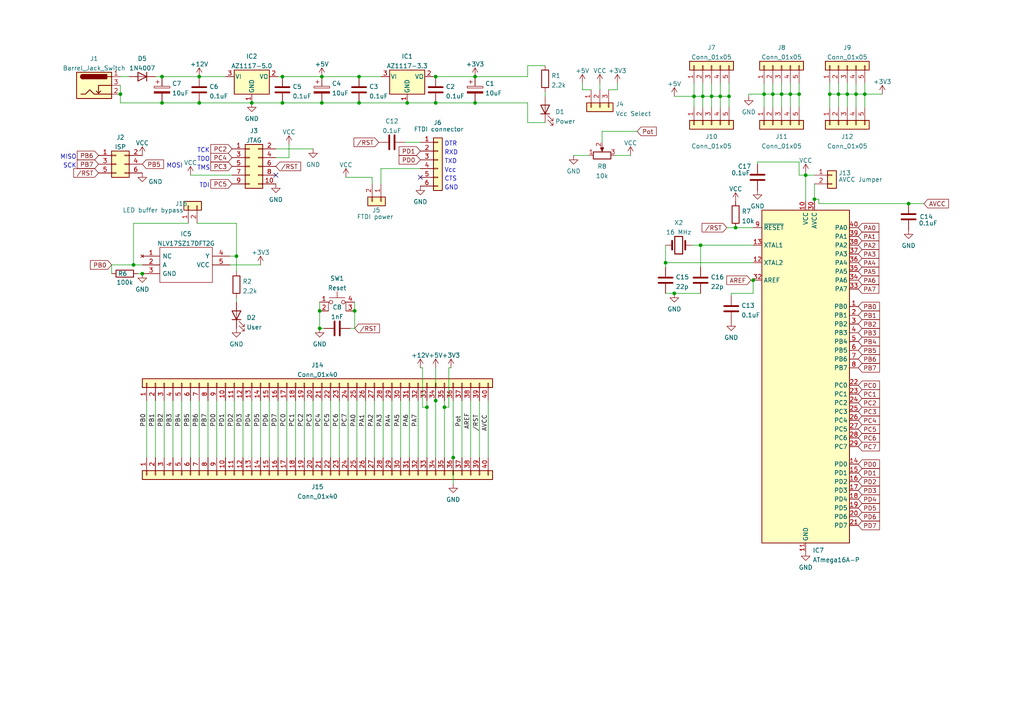
<source format=kicad_sch>
(kicad_sch (version 20211123) (generator eeschema)
  (paper "A4")
  (lib_symbols
    (symbol "Connector:Barrel_Jack_Switch" (pin_names hide)
      (property "Reference" "J" (at 0 5.334 0))
      (property "Value" "Barrel_Jack_Switch" (at 0 -5.08 0))
      (symbol "Barrel_Jack_Switch_1_1"
        (pin passive line (at 7.62 2.54 180) (length 2.54) (name "~") (number "1"))
        (pin passive line (at 7.62 -2.54 180) (length 2.54) (name "~") (number "2"))
        (pin passive line (at 7.62 0 180) (length 2.54) (name "~") (number "3"))
      )
    )
    (symbol "Connector_Generic:Conn_01x02" (pin_names (offset 1.016) hide)
      (property "Reference" "J" (at 0 2.54 0))
      (property "Value" "Conn_01x02" (at 0 -5.08 0))
      (symbol "Conn_01x02_1_1"
        (pin passive line (at -5.08 0 0) (length 3.81) (name "Pin_1") (number "1"))
        (pin passive line (at -5.08 -2.54 0) (length 3.81) (name "Pin_2") (number "2"))
      )
    )
    (symbol "Connector_Generic:Conn_01x03" (pin_names (offset 1.016) hide)
      (property "Reference" "J" (at 0 5.08 0))
      (property "Value" "Conn_01x03" (at 0 -5.08 0))
      (symbol "Conn_01x03_1_1"
        (pin passive line (at -5.08 2.54 0) (length 3.81) (name "Pin_1") (number "1"))
        (pin passive line (at -5.08 0 0) (length 3.81) (name "Pin_2") (number "2"))
        (pin passive line (at -5.08 -2.54 0) (length 3.81) (name "Pin_3") (number "3"))
      )
    )
    (symbol "Connector_Generic:Conn_01x05" (pin_names (offset 1.016) hide)
      (property "Reference" "J" (at 0 7.62 0))
      (property "Value" "Conn_01x05" (at 0 -7.62 0))
      (symbol "Conn_01x05_1_1"
        (pin passive line (at -5.08 5.08 0) (length 3.81) (name "Pin_1") (number "1"))
        (pin passive line (at -5.08 2.54 0) (length 3.81) (name "Pin_2") (number "2"))
        (pin passive line (at -5.08 0 0) (length 3.81) (name "Pin_3") (number "3"))
        (pin passive line (at -5.08 -2.54 0) (length 3.81) (name "Pin_4") (number "4"))
        (pin passive line (at -5.08 -5.08 0) (length 3.81) (name "Pin_5") (number "5"))
      )
    )
    (symbol "Connector_Generic:Conn_01x06" (pin_names (offset 1.016) hide)
      (property "Reference" "J" (at 0 7.62 0))
      (property "Value" "Conn_01x06" (at 0 -10.16 0))
      (symbol "Conn_01x06_1_1"
        (pin passive line (at -5.08 5.08 0) (length 3.81) (name "Pin_1") (number "1"))
        (pin passive line (at -5.08 2.54 0) (length 3.81) (name "Pin_2") (number "2"))
        (pin passive line (at -5.08 0 0) (length 3.81) (name "Pin_3") (number "3"))
        (pin passive line (at -5.08 -2.54 0) (length 3.81) (name "Pin_4") (number "4"))
        (pin passive line (at -5.08 -5.08 0) (length 3.81) (name "Pin_5") (number "5"))
        (pin passive line (at -5.08 -7.62 0) (length 3.81) (name "Pin_6") (number "6"))
      )
    )
    (symbol "Connector_Generic:Conn_01x40" (pin_names (offset 1.016) hide)
      (property "Reference" "J" (at 0 50.8 0))
      (property "Value" "Conn_01x40" (at 0 -53.34 0))
      (symbol "Conn_01x40_1_1"
        (pin passive line (at -5.08 48.26 0) (length 3.81) (name "Pin_1") (number "1"))
        (pin passive line (at -5.08 25.4 0) (length 3.81) (name "Pin_10") (number "10"))
        (pin passive line (at -5.08 22.86 0) (length 3.81) (name "Pin_11") (number "11"))
        (pin passive line (at -5.08 20.32 0) (length 3.81) (name "Pin_12") (number "12"))
        (pin passive line (at -5.08 17.78 0) (length 3.81) (name "Pin_13") (number "13"))
        (pin passive line (at -5.08 15.24 0) (length 3.81) (name "Pin_14") (number "14"))
        (pin passive line (at -5.08 12.7 0) (length 3.81) (name "Pin_15") (number "15"))
        (pin passive line (at -5.08 10.16 0) (length 3.81) (name "Pin_16") (number "16"))
        (pin passive line (at -5.08 7.62 0) (length 3.81) (name "Pin_17") (number "17"))
        (pin passive line (at -5.08 5.08 0) (length 3.81) (name "Pin_18") (number "18"))
        (pin passive line (at -5.08 2.54 0) (length 3.81) (name "Pin_19") (number "19"))
        (pin passive line (at -5.08 45.72 0) (length 3.81) (name "Pin_2") (number "2"))
        (pin passive line (at -5.08 0 0) (length 3.81) (name "Pin_20") (number "20"))
        (pin passive line (at -5.08 -2.54 0) (length 3.81) (name "Pin_21") (number "21"))
        (pin passive line (at -5.08 -5.08 0) (length 3.81) (name "Pin_22") (number "22"))
        (pin passive line (at -5.08 -7.62 0) (length 3.81) (name "Pin_23") (number "23"))
        (pin passive line (at -5.08 -10.16 0) (length 3.81) (name "Pin_24") (number "24"))
        (pin passive line (at -5.08 -12.7 0) (length 3.81) (name "Pin_25") (number "25"))
        (pin passive line (at -5.08 -15.24 0) (length 3.81) (name "Pin_26") (number "26"))
        (pin passive line (at -5.08 -17.78 0) (length 3.81) (name "Pin_27") (number "27"))
        (pin passive line (at -5.08 -20.32 0) (length 3.81) (name "Pin_28") (number "28"))
        (pin passive line (at -5.08 -22.86 0) (length 3.81) (name "Pin_29") (number "29"))
        (pin passive line (at -5.08 43.18 0) (length 3.81) (name "Pin_3") (number "3"))
        (pin passive line (at -5.08 -25.4 0) (length 3.81) (name "Pin_30") (number "30"))
        (pin passive line (at -5.08 -27.94 0) (length 3.81) (name "Pin_31") (number "31"))
        (pin passive line (at -5.08 -30.48 0) (length 3.81) (name "Pin_32") (number "32"))
        (pin passive line (at -5.08 -33.02 0) (length 3.81) (name "Pin_33") (number "33"))
        (pin passive line (at -5.08 -35.56 0) (length 3.81) (name "Pin_34") (number "34"))
        (pin passive line (at -5.08 -38.1 0) (length 3.81) (name "Pin_35") (number "35"))
        (pin passive line (at -5.08 -40.64 0) (length 3.81) (name "Pin_36") (number "36"))
        (pin passive line (at -5.08 -43.18 0) (length 3.81) (name "Pin_37") (number "37"))
        (pin passive line (at -5.08 -45.72 0) (length 3.81) (name "Pin_38") (number "38"))
        (pin passive line (at -5.08 -48.26 0) (length 3.81) (name "Pin_39") (number "39"))
        (pin passive line (at -5.08 40.64 0) (length 3.81) (name "Pin_4") (number "4"))
        (pin passive line (at -5.08 -50.8 0) (length 3.81) (name "Pin_40") (number "40"))
        (pin passive line (at -5.08 38.1 0) (length 3.81) (name "Pin_5") (number "5"))
        (pin passive line (at -5.08 35.56 0) (length 3.81) (name "Pin_6") (number "6"))
        (pin passive line (at -5.08 33.02 0) (length 3.81) (name "Pin_7") (number "7"))
        (pin passive line (at -5.08 30.48 0) (length 3.81) (name "Pin_8") (number "8"))
        (pin passive line (at -5.08 27.94 0) (length 3.81) (name "Pin_9") (number "9"))
      )
    )
    (symbol "Connector_Generic:Conn_02x03_Odd_Even" (pin_names (offset 1.016) hide)
      (property "Reference" "J" (at 1.27 5.08 0))
      (property "Value" "Conn_02x03_Odd_Even" (at 1.27 -5.08 0))
      (symbol "Conn_02x03_Odd_Even_1_1"
        (pin passive line (at -5.08 2.54 0) (length 3.81) (name "Pin_1") (number "1"))
        (pin passive line (at 7.62 2.54 180) (length 3.81) (name "Pin_2") (number "2"))
        (pin passive line (at -5.08 0 0) (length 3.81) (name "Pin_3") (number "3"))
        (pin passive line (at 7.62 0 180) (length 3.81) (name "Pin_4") (number "4"))
        (pin passive line (at -5.08 -2.54 0) (length 3.81) (name "Pin_5") (number "5"))
        (pin passive line (at 7.62 -2.54 180) (length 3.81) (name "Pin_6") (number "6"))
      )
    )
    (symbol "Connector_Generic:Conn_02x05_Odd_Even" (pin_names (offset 1.016) hide)
      (property "Reference" "J" (at 1.27 7.62 0))
      (property "Value" "Conn_02x05_Odd_Even" (at 1.27 -7.62 0))
      (symbol "Conn_02x05_Odd_Even_1_1"
        (pin passive line (at -5.08 5.08 0) (length 3.81) (name "Pin_1") (number "1"))
        (pin passive line (at 7.62 -5.08 180) (length 3.81) (name "Pin_10") (number "10"))
        (pin passive line (at 7.62 5.08 180) (length 3.81) (name "Pin_2") (number "2"))
        (pin passive line (at -5.08 2.54 0) (length 3.81) (name "Pin_3") (number "3"))
        (pin passive line (at 7.62 2.54 180) (length 3.81) (name "Pin_4") (number "4"))
        (pin passive line (at -5.08 0 0) (length 3.81) (name "Pin_5") (number "5"))
        (pin passive line (at 7.62 0 180) (length 3.81) (name "Pin_6") (number "6"))
        (pin passive line (at -5.08 -2.54 0) (length 3.81) (name "Pin_7") (number "7"))
        (pin passive line (at 7.62 -2.54 180) (length 3.81) (name "Pin_8") (number "8"))
        (pin passive line (at -5.08 -5.08 0) (length 3.81) (name "Pin_9") (number "9"))
      )
    )
    (symbol "Device:C" (pin_numbers hide) (pin_names (offset 0.254))
      (property "Reference" "C" (at 0.635 2.54 0))
      (property "Value" "C" (at 0.635 -2.54 0))
      (symbol "C_1_1"
        (pin passive line (at 0 3.81 270) (length 2.794) (name "~") (number "1"))
        (pin passive line (at 0 -3.81 90) (length 2.794) (name "~") (number "2"))
      )
    )
    (symbol "Device:C_Polarized" (pin_numbers hide) (pin_names (offset 0.254))
      (property "Reference" "C" (at 0.635 2.54 0))
      (property "Value" "C_Polarized" (at 0.635 -2.54 0))
      (symbol "C_Polarized_1_1"
        (pin passive line (at 0 3.81 270) (length 2.794) (name "~") (number "1"))
        (pin passive line (at 0 -3.81 90) (length 2.794) (name "~") (number "2"))
      )
    )
    (symbol "Device:Crystal" (pin_numbers hide) (pin_names (offset 1.016) hide)
      (property "Reference" "Y" (at 0 3.81 0))
      (property "Value" "Crystal" (at 0 -3.81 0))
      (symbol "Crystal_1_1"
        (pin passive line (at -3.81 0 0) (length 1.27) (name "1") (number "1"))
        (pin passive line (at 3.81 0 180) (length 1.27) (name "2") (number "2"))
      )
    )
    (symbol "Device:LED" (pin_numbers hide) (pin_names (offset 1.016) hide)
      (property "Reference" "D" (at 0 2.54 0))
      (property "Value" "LED" (at 0 -2.54 0))
      (symbol "LED_1_1"
        (pin passive line (at -3.81 0 0) (length 2.54) (name "K") (number "1"))
        (pin passive line (at 3.81 0 180) (length 2.54) (name "A") (number "2"))
      )
    )
    (symbol "Device:R" (pin_numbers hide) (pin_names (offset 0))
      (property "Reference" "R" (at 2.032 0 90))
      (property "Value" "R" (at 0 0 90))
      (symbol "R_1_1"
        (pin passive line (at 0 3.81 270) (length 1.27) (name "~") (number "1"))
        (pin passive line (at 0 -3.81 90) (length 1.27) (name "~") (number "2"))
      )
    )
    (symbol "Device:R_Potentiometer" (pin_names (offset 1.016) hide)
      (property "Reference" "RV" (at -4.445 0 90))
      (property "Value" "R_Potentiometer" (at -2.54 0 90))
      (symbol "R_Potentiometer_1_1"
        (pin passive line (at 0 3.81 270) (length 1.27) (name "1") (number "1"))
        (pin passive line (at 3.81 0 180) (length 1.27) (name "2") (number "2"))
        (pin passive line (at 0 -3.81 90) (length 1.27) (name "3") (number "3"))
      )
    )
    (symbol "Diode:1N4007" (pin_numbers hide) (pin_names (offset 1.016) hide)
      (property "Reference" "D" (at 0 2.54 0))
      (property "Value" "1N4007" (at 0 -2.54 0))
      (symbol "1N4007_1_1"
        (pin passive line (at -3.81 0 0) (length 2.54) (name "K") (number "1"))
        (pin passive line (at 3.81 0 180) (length 2.54) (name "A") (number "2"))
      )
    )
    (symbol "MCU_Microchip_ATmega:ATmega16A-P"
      (property "Reference" "U" (at -12.7 49.53 0))
      (property "Value" "ATmega16A-P" (at 2.54 -49.53 0))
      (symbol "ATmega16A-P_1_1"
        (pin bidirectional line (at 15.24 20.32 180) (length 2.54) (name "PB0") (number "1"))
        (pin power_in line (at 0 50.8 270) (length 2.54) (name "VCC") (number "10"))
        (pin power_in line (at 0 -50.8 90) (length 2.54) (name "GND") (number "11"))
        (pin output line (at -15.24 33.02 0) (length 2.54) (name "XTAL2") (number "12"))
        (pin input line (at -15.24 38.1 0) (length 2.54) (name "XTAL1") (number "13"))
        (pin bidirectional line (at 15.24 -25.4 180) (length 2.54) (name "PD0") (number "14"))
        (pin bidirectional line (at 15.24 -27.94 180) (length 2.54) (name "PD1") (number "15"))
        (pin bidirectional line (at 15.24 -30.48 180) (length 2.54) (name "PD2") (number "16"))
        (pin bidirectional line (at 15.24 -33.02 180) (length 2.54) (name "PD3") (number "17"))
        (pin bidirectional line (at 15.24 -35.56 180) (length 2.54) (name "PD4") (number "18"))
        (pin bidirectional line (at 15.24 -38.1 180) (length 2.54) (name "PD5") (number "19"))
        (pin bidirectional line (at 15.24 17.78 180) (length 2.54) (name "PB1") (number "2"))
        (pin bidirectional line (at 15.24 -40.64 180) (length 2.54) (name "PD6") (number "20"))
        (pin bidirectional line (at 15.24 -43.18 180) (length 2.54) (name "PD7") (number "21"))
        (pin bidirectional line (at 15.24 -2.54 180) (length 2.54) (name "PC0") (number "22"))
        (pin bidirectional line (at 15.24 -5.08 180) (length 2.54) (name "PC1") (number "23"))
        (pin bidirectional line (at 15.24 -7.62 180) (length 2.54) (name "PC2") (number "24"))
        (pin bidirectional line (at 15.24 -10.16 180) (length 2.54) (name "PC3") (number "25"))
        (pin bidirectional line (at 15.24 -12.7 180) (length 2.54) (name "PC4") (number "26"))
        (pin bidirectional line (at 15.24 -15.24 180) (length 2.54) (name "PC5") (number "27"))
        (pin bidirectional line (at 15.24 -17.78 180) (length 2.54) (name "PC6") (number "28"))
        (pin bidirectional line (at 15.24 -20.32 180) (length 2.54) (name "PC7") (number "29"))
        (pin bidirectional line (at 15.24 15.24 180) (length 2.54) (name "PB2") (number "3"))
        (pin power_in line (at 2.54 50.8 270) (length 2.54) (name "AVCC") (number "30"))
        (pin passive line (at 0 -50.8 90) (length 2.54) hide (name "GND") (number "31"))
        (pin passive line (at -15.24 27.94 0) (length 2.54) (name "AREF") (number "32"))
        (pin bidirectional line (at 15.24 25.4 180) (length 2.54) (name "PA7") (number "33"))
        (pin bidirectional line (at 15.24 27.94 180) (length 2.54) (name "PA6") (number "34"))
        (pin bidirectional line (at 15.24 30.48 180) (length 2.54) (name "PA5") (number "35"))
        (pin bidirectional line (at 15.24 33.02 180) (length 2.54) (name "PA4") (number "36"))
        (pin bidirectional line (at 15.24 35.56 180) (length 2.54) (name "PA3") (number "37"))
        (pin bidirectional line (at 15.24 38.1 180) (length 2.54) (name "PA2") (number "38"))
        (pin bidirectional line (at 15.24 40.64 180) (length 2.54) (name "PA1") (number "39"))
        (pin bidirectional line (at 15.24 12.7 180) (length 2.54) (name "PB3") (number "4"))
        (pin bidirectional line (at 15.24 43.18 180) (length 2.54) (name "PA0") (number "40"))
        (pin bidirectional line (at 15.24 10.16 180) (length 2.54) (name "PB4") (number "5"))
        (pin bidirectional line (at 15.24 7.62 180) (length 2.54) (name "PB5") (number "6"))
        (pin bidirectional line (at 15.24 5.08 180) (length 2.54) (name "PB6") (number "7"))
        (pin bidirectional line (at 15.24 2.54 180) (length 2.54) (name "PB7") (number "8"))
        (pin input line (at -15.24 43.18 0) (length 2.54) (name "~{RESET}") (number "9"))
      )
    )
    (symbol "Regulator_Linear:AZ1117-3.3" (pin_names (offset 0.254))
      (property "Reference" "U" (at -3.81 3.175 0))
      (property "Value" "AZ1117-3.3" (at 0 3.175 0))
      (symbol "AZ1117-3.3_1_1"
        (pin power_in line (at 0 -7.62 90) (length 2.54) (name "GND") (number "1"))
        (pin power_out line (at 7.62 0 180) (length 2.54) (name "VO") (number "2"))
        (pin power_in line (at -7.62 0 0) (length 2.54) (name "VI") (number "3"))
      )
    )
    (symbol "Regulator_Linear:AZ1117-5.0" (pin_names (offset 0.254))
      (property "Reference" "U" (at -3.81 3.175 0))
      (property "Value" "AZ1117-5.0" (at 0 3.175 0))
      (symbol "AZ1117-5.0_1_1"
        (pin power_in line (at 0 -7.62 90) (length 2.54) (name "GND") (number "1"))
        (pin power_out line (at 7.62 0 180) (length 2.54) (name "VO") (number "2"))
        (pin power_in line (at -7.62 0 0) (length 2.54) (name "VI") (number "3"))
      )
    )
    (symbol "Switch:SW_MEC_5E" (pin_names (offset 1.016) hide)
      (property "Reference" "SW" (at 0.635 5.715 0))
      (property "Value" "SW_MEC_5E" (at 0 -3.175 0))
      (symbol "SW_MEC_5E_0_1"
        (pin passive line (at -5.08 2.54 0) (length 2.54) (name "1") (number "1"))
        (pin passive line (at -5.08 0 0) (length 2.54) (name "2") (number "2"))
        (pin passive line (at 5.08 0 180) (length 2.54) (name "K") (number "3"))
        (pin passive line (at 5.08 2.54 180) (length 2.54) (name "A") (number "4"))
      )
    )
    (symbol "mouser:NLV17SZ17DFT2G" (pin_names (offset 0.762))
      (property "Reference" "IC" (at 21.59 7.62 0))
      (property "Value" "NLV17SZ17DFT2G" (at 21.59 5.08 0))
      (symbol "NLV17SZ17DFT2G_0_0"
        (pin no_connect line (at 0 0 0) (length 5.08) (name "NC") (number "1"))
        (pin passive line (at 0 -2.54 0) (length 5.08) (name "A") (number "2"))
        (pin passive line (at 0 -5.08 0) (length 5.08) (name "GND") (number "3"))
        (pin passive line (at 25.4 0 180) (length 5.08) (name "Y") (number "4"))
        (pin passive line (at 25.4 -2.54 180) (length 5.08) (name "VCC") (number "5"))
      )
    )
    (symbol "power:+12V" (power) (pin_names (offset 0))
      (property "Value" "+12V" (at 0 3.556 0))
      (symbol "+12V_1_1"
        (pin power_in line (at 0 0 90) (length 0) hide (name "+12V") (number "1"))
      )
    )
    (symbol "power:+3.3V" (power) (pin_names (offset 0))
      (property "Value" "+3.3V" (at 0 3.556 0))
      (symbol "+3.3V_1_1"
        (pin power_in line (at 0 0 90) (length 0) hide (name "+3V3") (number "1"))
      )
    )
    (symbol "power:+5V" (power) (pin_names (offset 0))
      (property "Value" "+5V" (at 0 3.556 0))
      (symbol "+5V_1_1"
        (pin power_in line (at 0 0 90) (length 0) hide (name "+5V") (number "1"))
      )
    )
    (symbol "power:GND" (power) (pin_names (offset 0))
      (property "Value" "GND" (at 0 -3.81 0))
      (symbol "GND_1_1"
        (pin power_in line (at 0 0 270) (length 0) hide (name "GND") (number "1"))
      )
    )
    (symbol "power:VCC" (power) (pin_names (offset 0))
      (property "Value" "VCC" (at 0 3.81 0))
      (symbol "VCC_1_1"
        (pin power_in line (at 0 0 90) (length 0) hide (name "VCC") (number "1"))
      )
    )
  )
  (junction (at 137.795 29.845))
  (junction (at 68.58 74.295))
  (junction (at 211.455 27.94))
  (junction (at 34.925 27.305))
  (junction (at 92.71 90.17))
  (junction (at 229.235 27.305))
  (junction (at 38.735 76.835))
  (junction (at 126.365 22.225))
  (junction (at 92.71 95.25))
  (junction (at 118.11 29.845))
  (junction (at 245.745 27.305))
  (junction (at 46.99 22.225))
  (junction (at 104.14 29.845))
  (junction (at 203.2 71.12))
  (junction (at 126.365 29.845))
  (junction (at 221.615 27.305))
  (junction (at 137.795 22.225))
  (junction (at 250.825 27.305))
  (junction (at 248.285 27.305))
  (junction (at 233.68 50.8))
  (junction (at 102.87 90.17))
  (junction (at 226.695 27.305))
  (junction (at 131.445 132.715))
  (junction (at 128.905 118.11))
  (junction (at 123.825 118.11))
  (junction (at 57.785 22.225))
  (junction (at 243.205 27.305))
  (junction (at 57.785 29.845))
  (junction (at 93.345 22.225))
  (junction (at 213.36 66.04))
  (junction (at 208.915 27.94))
  (junction (at 224.155 27.305))
  (junction (at 73.025 29.845))
  (junction (at 46.99 29.845))
  (junction (at 201.295 27.94))
  (junction (at 231.775 27.305))
  (junction (at 41.275 79.375))
  (junction (at 193.04 76.2))
  (junction (at 81.915 29.845))
  (junction (at 81.915 22.225))
  (junction (at 236.22 57.785))
  (junction (at 195.58 85.09))
  (junction (at 126.365 116.205))
  (junction (at 263.525 59.055))
  (junction (at 104.14 22.225))
  (junction (at 93.345 29.845))
  (junction (at 203.835 27.94))
  (junction (at 240.665 27.305))
  (junction (at 206.375 27.94))
  (junction (at 218.44 81.28))
  (no_connect (at 80.01 50.8))
  (no_connect (at 121.92 51.435))
  (wire (pts (xy 66.675 76.835) (xy 75.565 76.835)))
  (wire (pts (xy 224.155 24.13) (xy 224.155 27.305)))
  (wire (pts (xy 243.205 27.305) (xy 240.665 27.305)))
  (wire (pts (xy 208.915 24.13) (xy 208.915 27.94)))
  (wire (pts (xy 34.925 27.305) (xy 34.925 24.765)))
  (wire (pts (xy 81.915 22.225) (xy 93.345 22.225)))
  (wire (pts (xy 200.66 71.12) (xy 203.2 71.12)))
  (wire (pts (xy 221.615 27.305) (xy 221.615 31.115)))
  (wire (pts (xy 245.745 24.13) (xy 245.745 27.305)))
  (wire (pts (xy 92.71 87.63) (xy 92.71 90.17)))
  (wire (pts (xy 226.695 27.305) (xy 224.155 27.305)))
  (wire (pts (xy 78.105 132.715) (xy 78.105 116.205)))
  (wire (pts (xy 237.49 59.055) (xy 237.49 57.785)))
  (wire (pts (xy 38.735 76.835) (xy 41.275 76.835)))
  (wire (pts (xy 60.325 132.715) (xy 60.325 116.205)))
  (wire (pts (xy 208.915 27.94) (xy 211.455 27.94)))
  (wire (pts (xy 206.375 27.94) (xy 206.375 31.115)))
  (wire (pts (xy 201.295 27.94) (xy 201.295 31.115)))
  (wire (pts (xy 267.97 59.055) (xy 263.525 59.055)))
  (wire (pts (xy 131.445 132.715) (xy 131.445 140.335)))
  (wire (pts (xy 171.45 26.035) (xy 168.91 26.035)))
  (wire (pts (xy 116.205 132.715) (xy 116.205 116.205)))
  (wire (pts (xy 229.235 27.305) (xy 226.695 27.305)))
  (wire (pts (xy 231.775 50.8) (xy 231.775 46.99)))
  (wire (pts (xy 217.17 27.94) (xy 217.17 27.305)))
  (wire (pts (xy 102.87 87.63) (xy 102.87 90.17)))
  (wire (pts (xy 93.345 132.715) (xy 93.345 116.205)))
  (wire (pts (xy 221.615 24.13) (xy 221.615 27.305)))
  (wire (pts (xy 117.475 41.275) (xy 121.92 41.275)))
  (wire (pts (xy 250.825 27.305) (xy 250.825 31.115)))
  (wire (pts (xy 219.71 46.99) (xy 219.71 47.625)))
  (wire (pts (xy 153.035 35.56) (xy 158.115 35.56)))
  (wire (pts (xy 168.91 26.035) (xy 168.91 24.13)))
  (wire (pts (xy 125.73 22.225) (xy 126.365 22.225)))
  (wire (pts (xy 131.445 116.205) (xy 131.445 132.715)))
  (wire (pts (xy 83.185 132.715) (xy 83.185 116.205)))
  (wire (pts (xy 70.485 132.715) (xy 70.485 116.205)))
  (wire (pts (xy 218.44 81.28) (xy 218.44 85.09)))
  (wire (pts (xy 233.68 50.8) (xy 236.22 50.8)))
  (wire (pts (xy 126.365 29.845) (xy 137.795 29.845)))
  (wire (pts (xy 122.555 106.68) (xy 121.92 106.68)))
  (wire (pts (xy 68.58 74.295) (xy 68.58 78.74)))
  (wire (pts (xy 32.385 76.835) (xy 38.735 76.835)))
  (wire (pts (xy 217.805 81.28) (xy 218.44 81.28)))
  (wire (pts (xy 210.82 66.04) (xy 213.36 66.04)))
  (wire (pts (xy 123.825 118.11) (xy 122.555 118.11)))
  (wire (pts (xy 32.385 79.375) (xy 32.385 76.835)))
  (wire (pts (xy 243.205 27.305) (xy 243.205 31.115)))
  (wire (pts (xy 133.985 132.715) (xy 133.985 116.205)))
  (wire (pts (xy 237.49 57.785) (xy 236.22 57.785)))
  (wire (pts (xy 68.58 74.295) (xy 66.675 74.295)))
  (wire (pts (xy 201.295 27.94) (xy 203.835 27.94)))
  (wire (pts (xy 137.795 29.845) (xy 153.035 29.845)))
  (wire (pts (xy 113.665 132.715) (xy 113.665 116.205)))
  (wire (pts (xy 236.22 57.785) (xy 236.22 58.42)))
  (wire (pts (xy 126.365 116.205) (xy 126.365 132.715)))
  (wire (pts (xy 158.115 19.05) (xy 153.035 19.05)))
  (wire (pts (xy 68.58 64.77) (xy 68.58 74.295)))
  (wire (pts (xy 123.825 132.715) (xy 123.825 118.11)))
  (wire (pts (xy 55.245 50.8) (xy 67.31 50.8)))
  (wire (pts (xy 250.825 24.13) (xy 250.825 27.305)))
  (wire (pts (xy 153.035 29.845) (xy 153.035 35.56)))
  (wire (pts (xy 193.04 71.12) (xy 193.04 76.2)))
  (wire (pts (xy 45.085 132.715) (xy 45.085 116.205)))
  (wire (pts (xy 50.165 132.715) (xy 50.165 116.205)))
  (wire (pts (xy 122.555 118.11) (xy 122.555 106.68)))
  (wire (pts (xy 80.01 43.18) (xy 90.805 43.18)))
  (wire (pts (xy 195.58 27.94) (xy 201.295 27.94)))
  (wire (pts (xy 40.005 79.375) (xy 41.275 79.375)))
  (wire (pts (xy 47.625 132.715) (xy 47.625 116.205)))
  (wire (pts (xy 130.175 106.68) (xy 130.175 118.11)))
  (wire (pts (xy 118.11 29.845) (xy 126.365 29.845)))
  (wire (pts (xy 95.885 132.715) (xy 95.885 116.205)))
  (wire (pts (xy 178.435 45.085) (xy 182.88 45.085)))
  (wire (pts (xy 240.665 27.305) (xy 240.665 31.115)))
  (wire (pts (xy 233.68 50.8) (xy 233.68 58.42)))
  (wire (pts (xy 110.49 48.895) (xy 121.92 48.895)))
  (wire (pts (xy 193.04 76.2) (xy 218.44 76.2)))
  (wire (pts (xy 52.705 132.715) (xy 52.705 116.205)))
  (wire (pts (xy 123.825 118.11) (xy 123.825 116.205)))
  (wire (pts (xy 248.285 27.305) (xy 248.285 31.115)))
  (wire (pts (xy 203.835 27.94) (xy 203.835 31.115)))
  (wire (pts (xy 176.53 26.035) (xy 179.07 26.035)))
  (wire (pts (xy 80.645 22.225) (xy 81.915 22.225)))
  (wire (pts (xy 231.775 27.305) (xy 231.775 31.115)))
  (wire (pts (xy 121.285 132.715) (xy 121.285 116.205)))
  (wire (pts (xy 211.455 27.94) (xy 211.455 31.115)))
  (wire (pts (xy 126.365 106.68) (xy 126.365 116.205)))
  (wire (pts (xy 130.175 118.11) (xy 128.905 118.11)))
  (wire (pts (xy 128.905 118.11) (xy 128.905 116.205)))
  (wire (pts (xy 46.99 29.845) (xy 34.925 29.845)))
  (wire (pts (xy 130.81 106.68) (xy 130.175 106.68)))
  (wire (pts (xy 139.065 132.715) (xy 139.065 116.205)))
  (wire (pts (xy 243.205 24.13) (xy 243.205 27.305)))
  (wire (pts (xy 219.71 46.99) (xy 231.775 46.99)))
  (wire (pts (xy 62.865 132.715) (xy 62.865 116.205)))
  (wire (pts (xy 136.525 132.715) (xy 136.525 116.205)))
  (wire (pts (xy 73.025 132.715) (xy 73.025 116.205)))
  (wire (pts (xy 206.375 24.13) (xy 206.375 27.94)))
  (wire (pts (xy 100.965 132.715) (xy 100.965 116.205)))
  (wire (pts (xy 217.17 27.305) (xy 221.615 27.305)))
  (wire (pts (xy 102.87 95.25) (xy 101.6 95.25)))
  (wire (pts (xy 193.04 76.2) (xy 193.04 77.47)))
  (wire (pts (xy 229.235 27.305) (xy 231.775 27.305)))
  (wire (pts (xy 226.695 24.13) (xy 226.695 27.305)))
  (wire (pts (xy 38.735 64.77) (xy 38.735 76.835)))
  (wire (pts (xy 92.71 90.17) (xy 92.71 95.25)))
  (wire (pts (xy 179.07 26.035) (xy 179.07 24.13)))
  (wire (pts (xy 68.58 86.36) (xy 68.58 87.63)))
  (wire (pts (xy 73.025 29.845) (xy 81.915 29.845)))
  (wire (pts (xy 88.265 132.715) (xy 88.265 116.205)))
  (wire (pts (xy 212.09 85.09) (xy 212.09 85.725)))
  (wire (pts (xy 57.785 29.845) (xy 73.025 29.845)))
  (wire (pts (xy 46.99 22.225) (xy 57.785 22.225)))
  (wire (pts (xy 98.425 132.715) (xy 98.425 116.205)))
  (wire (pts (xy 203.835 24.13) (xy 203.835 27.94)))
  (wire (pts (xy 34.925 22.225) (xy 37.465 22.225)))
  (wire (pts (xy 224.155 27.305) (xy 221.615 27.305)))
  (wire (pts (xy 245.745 27.305) (xy 243.205 27.305)))
  (wire (pts (xy 153.035 19.05) (xy 153.035 22.225)))
  (wire (pts (xy 201.295 24.13) (xy 201.295 27.94)))
  (wire (pts (xy 104.14 29.845) (xy 118.11 29.845)))
  (wire (pts (xy 195.58 85.09) (xy 203.2 85.09)))
  (wire (pts (xy 65.405 132.715) (xy 65.405 116.205)))
  (wire (pts (xy 226.695 27.305) (xy 226.695 31.115)))
  (wire (pts (xy 231.775 24.13) (xy 231.775 27.305)))
  (wire (pts (xy 193.04 85.09) (xy 195.58 85.09)))
  (wire (pts (xy 104.14 22.225) (xy 110.49 22.225)))
  (wire (pts (xy 57.785 22.225) (xy 65.405 22.225)))
  (wire (pts (xy 67.945 132.715) (xy 67.945 116.205)))
  (wire (pts (xy 174.625 38.1) (xy 184.785 38.1)))
  (wire (pts (xy 83.82 45.72) (xy 83.82 41.91)))
  (wire (pts (xy 111.125 132.715) (xy 111.125 116.205)))
  (wire (pts (xy 203.2 71.12) (xy 218.44 71.12)))
  (wire (pts (xy 245.745 27.305) (xy 245.745 31.115)))
  (wire (pts (xy 118.745 132.715) (xy 118.745 116.205)))
  (wire (pts (xy 233.68 50.8) (xy 231.775 50.8)))
  (wire (pts (xy 107.95 51.435) (xy 107.95 53.34)))
  (wire (pts (xy 75.565 132.715) (xy 75.565 116.205)))
  (wire (pts (xy 55.245 132.715) (xy 55.245 116.205)))
  (wire (pts (xy 218.44 85.09) (xy 212.09 85.09)))
  (wire (pts (xy 46.99 29.845) (xy 57.785 29.845)))
  (wire (pts (xy 54.61 64.77) (xy 38.735 64.77)))
  (wire (pts (xy 93.345 29.845) (xy 104.14 29.845)))
  (wire (pts (xy 236.22 53.34) (xy 236.22 57.785)))
  (wire (pts (xy 166.37 45.085) (xy 170.815 45.085)))
  (wire (pts (xy 255.905 27.305) (xy 250.825 27.305)))
  (wire (pts (xy 80.645 132.715) (xy 80.645 116.205)))
  (wire (pts (xy 250.825 27.305) (xy 248.285 27.305)))
  (wire (pts (xy 34.925 29.845) (xy 34.925 27.305)))
  (wire (pts (xy 233.68 50.165) (xy 233.68 50.8)))
  (wire (pts (xy 108.585 132.715) (xy 108.585 116.205)))
  (wire (pts (xy 248.285 24.13) (xy 248.285 27.305)))
  (wire (pts (xy 173.99 24.13) (xy 173.99 26.035)))
  (wire (pts (xy 100.33 51.435) (xy 107.95 51.435)))
  (wire (pts (xy 42.545 132.715) (xy 42.545 116.205)))
  (wire (pts (xy 203.2 71.12) (xy 203.2 77.47)))
  (wire (pts (xy 45.085 22.225) (xy 46.99 22.225)))
  (wire (pts (xy 203.835 27.94) (xy 206.375 27.94)))
  (wire (pts (xy 102.87 90.17) (xy 102.87 95.25)))
  (wire (pts (xy 208.915 27.94) (xy 208.915 31.115)))
  (wire (pts (xy 85.725 132.715) (xy 85.725 116.205)))
  (wire (pts (xy 128.905 132.715) (xy 128.905 118.11)))
  (wire (pts (xy 126.365 22.225) (xy 137.795 22.225)))
  (wire (pts (xy 110.49 48.895) (xy 110.49 53.34)))
  (wire (pts (xy 174.625 41.275) (xy 174.625 38.1)))
  (wire (pts (xy 103.505 132.715) (xy 103.505 116.205)))
  (wire (pts (xy 211.455 24.13) (xy 211.455 27.94)))
  (wire (pts (xy 240.665 27.305) (xy 240.665 24.13)))
  (wire (pts (xy 57.785 132.715) (xy 57.785 116.205)))
  (wire (pts (xy 229.235 27.305) (xy 229.235 31.115)))
  (wire (pts (xy 81.915 29.845) (xy 93.345 29.845)))
  (wire (pts (xy 80.01 45.72) (xy 83.82 45.72)))
  (wire (pts (xy 90.805 132.715) (xy 90.805 116.205)))
  (wire (pts (xy 206.375 27.94) (xy 208.915 27.94)))
  (wire (pts (xy 248.285 27.305) (xy 245.745 27.305)))
  (wire (pts (xy 263.525 59.055) (xy 237.49 59.055)))
  (wire (pts (xy 93.345 22.225) (xy 104.14 22.225)))
  (wire (pts (xy 57.15 64.77) (xy 68.58 64.77)))
  (wire (pts (xy 141.605 132.715) (xy 141.605 116.205)))
  (wire (pts (xy 213.36 66.04) (xy 218.44 66.04)))
  (wire (pts (xy 224.155 27.305) (xy 224.155 31.115)))
  (wire (pts (xy 92.71 95.25) (xy 93.98 95.25)))
  (wire (pts (xy 153.035 22.225) (xy 137.795 22.225)))
  (wire (pts (xy 158.115 26.67) (xy 158.115 27.94)))
  (wire (pts (xy 106.045 132.715) (xy 106.045 116.205)))
  (wire (pts (xy 229.235 24.13) (xy 229.235 27.305)))
  (text "CTS" (at 128.905 52.705 0) (effects (font (size 1.27 1.27)) (justify left bottom)))
  (text "SCK" (at 22.225 48.895 180) (effects (font (size 1.27 1.27)) (justify right bottom)))
  (text "MOSI" (at 48.26 48.895 0) (effects (font (size 1.27 1.27)) (justify left bottom)))
  (text "Vcc" (at 128.905 50.165 0) (effects (font (size 1.27 1.27)) (justify left bottom)))
  (text "RXD" (at 128.905 45.085 0) (effects (font (size 1.27 1.27)) (justify left bottom)))
  (text "TXD" (at 128.905 47.625 0) (effects (font (size 1.27 1.27)) (justify left bottom)))
  (text "TDI" (at 57.785 54.61 0) (effects (font (size 1.27 1.27)) (justify left bottom)))
  (text "GND" (at 128.905 55.245 0) (effects (font (size 1.27 1.27)) (justify left bottom)))
  (text "DTR" (at 128.905 42.545 0) (effects (font (size 1.27 1.27)) (justify left bottom)))
  (text "TDO" (at 57.15 46.99 0) (effects (font (size 1.27 1.27)) (justify left bottom)))
  (text "TMS" (at 57.15 49.53 0) (effects (font (size 1.27 1.27)) (justify left bottom)))
  (text "MISO" (at 22.225 46.355 180) (effects (font (size 1.27 1.27)) (justify right bottom)))
  (text "TCK" (at 57.15 44.45 0) (effects (font (size 1.27 1.27)) (justify left bottom)))
  (label "PA0" (at 103.505 123.825 90))
  (label "PD4" (at 73.025 123.825 90))
  (label "PB1" (at 45.085 123.825 90))
  (label "PB3" (at 50.165 123.825 90))
  (label "PA2" (at 108.585 123.825 90))
  (label "PD2" (at 67.945 123.825 90))
  (label "PD5" (at 75.565 123.825 90))
  (label "PB2" (at 47.625 123.825 90))
  (label "PA1" (at 106.045 123.825 90))
  (label "PA3" (at 111.125 123.825 90))
  (label "AREF" (at 136.525 124.46 90))
  (label "PB5" (at 55.245 123.825 90))
  (label "PA4" (at 113.665 123.8585 90))
  (label "PC2" (at 88.265 123.825 90))
  (label "PA5" (at 116.205 123.825 90))
  (label "PB4" (at 52.705 123.825 90))
  (label "PC3" (at 90.805 123.825 90))
  (label "Pot" (at 133.985 123.825 90))
  (label "PD6" (at 78.105 123.825 90))
  (label "PC0" (at 83.185 123.825 90))
  (label "PA7" (at 121.285 123.825 90))
  (label "PC6" (at 98.425 123.825 90))
  (label "PD7" (at 80.645 123.825 90))
  (label "PD0" (at 62.865 123.825 90))
  (label "PC4" (at 93.345 123.825 90))
  (label "PD1" (at 65.405 123.825 90))
  (label "AVCC" (at 141.605 125.0607 90))
  (label "PC7" (at 100.965 123.825 90))
  (label "PB0" (at 42.545 123.825 90))
  (label "PC5" (at 95.885 123.825 90))
  (label "{slash}RST" (at 139.065 125.0607 90))
  (label "PC1" (at 85.725 123.825 90))
  (label "PD3" (at 70.485 123.825 90))
  (label "PA6" (at 118.745 123.825 90))
  (label "PB6" (at 57.785 123.825 90))
  (label "PB7" (at 60.325 123.825 90))
  (global_label "PB7" (shape input) (at 28.575 47.625 180) (property "Intersheet References" "${INTERSHEET_REFS}" (effects hide)))
  (global_label "PB4" (shape input) (at 248.92 99.06 0) (property "Intersheet References" "${INTERSHEET_REFS}" (effects hide)))
  (global_label "PD3" (shape input) (at 248.92 142.24 0) (property "Intersheet References" "${INTERSHEET_REFS}" (effects hide)))
  (global_label "{slash}RST" (shape input) (at 102.87 95.25 0) (property "Intersheet References" "${INTERSHEET_REFS}" (effects hide)))
  (global_label "AVCC" (shape input) (at 267.97 59.055 0) (property "Intersheet References" "${INTERSHEET_REFS}" (effects hide)))
  (global_label "Pot" (shape input) (at 184.785 38.1 0) (property "Intersheet References" "${INTERSHEET_REFS}" (effects hide)))
  (global_label "{slash}RST" (shape input) (at 109.855 41.275 180) (property "Intersheet References" "${INTERSHEET_REFS}" (effects hide)))
  (global_label "PC0" (shape input) (at 248.92 111.76 0) (property "Intersheet References" "${INTERSHEET_REFS}" (effects hide)))
  (global_label "PD2" (shape input) (at 248.92 139.7 0) (property "Intersheet References" "${INTERSHEET_REFS}" (effects hide)))
  (global_label "PC3" (shape input) (at 67.31 48.26 180) (property "Intersheet References" "${INTERSHEET_REFS}" (effects hide)))
  (global_label "PD0" (shape input) (at 121.92 46.355 180) (property "Intersheet References" "${INTERSHEET_REFS}" (effects hide)))
  (global_label "PD0" (shape input) (at 248.92 134.62 0) (property "Intersheet References" "${INTERSHEET_REFS}" (effects hide)))
  (global_label "PD5" (shape input) (at 248.92 147.32 0) (property "Intersheet References" "${INTERSHEET_REFS}" (effects hide)))
  (global_label "PC5" (shape input) (at 248.92 124.46 0) (property "Intersheet References" "${INTERSHEET_REFS}" (effects hide)))
  (global_label "PD1" (shape input) (at 121.92 43.815 180) (property "Intersheet References" "${INTERSHEET_REFS}" (effects hide)))
  (global_label "PB3" (shape input) (at 248.92 96.52 0) (property "Intersheet References" "${INTERSHEET_REFS}" (effects hide)))
  (global_label "PC2" (shape input) (at 248.92 116.84 0) (property "Intersheet References" "${INTERSHEET_REFS}" (effects hide)))
  (global_label "PB5" (shape input) (at 41.275 47.625 0) (property "Intersheet References" "${INTERSHEET_REFS}" (effects hide)))
  (global_label "PD1" (shape input) (at 248.92 137.16 0) (property "Intersheet References" "${INTERSHEET_REFS}" (effects hide)))
  (global_label "PB7" (shape input) (at 248.92 106.68 0) (property "Intersheet References" "${INTERSHEET_REFS}" (effects hide)))
  (global_label "PB1" (shape input) (at 248.92 91.44 0) (property "Intersheet References" "${INTERSHEET_REFS}" (effects hide)))
  (global_label "PC5" (shape input) (at 67.31 53.34 180) (property "Intersheet References" "${INTERSHEET_REFS}" (effects hide)))
  (global_label "PA3" (shape input) (at 248.92 73.66 0) (property "Intersheet References" "${INTERSHEET_REFS}" (effects hide)))
  (global_label "PA0" (shape input) (at 248.92 66.04 0) (property "Intersheet References" "${INTERSHEET_REFS}" (effects hide)))
  (global_label "PB0" (shape input) (at 248.92 88.9 0) (property "Intersheet References" "${INTERSHEET_REFS}" (effects hide)))
  (global_label "PA4" (shape input) (at 248.92 76.2 0) (property "Intersheet References" "${INTERSHEET_REFS}" (effects hide)))
  (global_label "PA2" (shape input) (at 248.92 71.12 0) (property "Intersheet References" "${INTERSHEET_REFS}" (effects hide)))
  (global_label "PC4" (shape input) (at 248.92 121.92 0) (property "Intersheet References" "${INTERSHEET_REFS}" (effects hide)))
  (global_label "AREF" (shape input) (at 217.805 81.28 180) (property "Intersheet References" "${INTERSHEET_REFS}" (effects hide)))
  (global_label "PD6" (shape input) (at 248.92 149.86 0) (property "Intersheet References" "${INTERSHEET_REFS}" (effects hide)))
  (global_label "PB6" (shape input) (at 248.92 104.14 0) (property "Intersheet References" "${INTERSHEET_REFS}" (effects hide)))
  (global_label "PC7" (shape input) (at 248.92 129.54 0) (property "Intersheet References" "${INTERSHEET_REFS}" (effects hide)))
  (global_label "{slash}RST" (shape input) (at 80.01 48.26 0) (property "Intersheet References" "${INTERSHEET_REFS}" (effects hide)))
  (global_label "PA7" (shape input) (at 248.92 83.82 0) (property "Intersheet References" "${INTERSHEET_REFS}" (effects hide)))
  (global_label "PA6" (shape input) (at 248.92 81.28 0) (property "Intersheet References" "${INTERSHEET_REFS}" (effects hide)))
  (global_label "PC4" (shape input) (at 67.31 45.72 180) (property "Intersheet References" "${INTERSHEET_REFS}" (effects hide)))
  (global_label "PD7" (shape input) (at 248.92 152.4 0) (property "Intersheet References" "${INTERSHEET_REFS}" (effects hide)))
  (global_label "{slash}RST" (shape input) (at 28.575 50.165 180) (property "Intersheet References" "${INTERSHEET_REFS}" (effects hide)))
  (global_label "PA1" (shape input) (at 248.92 68.58 0) (property "Intersheet References" "${INTERSHEET_REFS}" (effects hide)))
  (global_label "PC3" (shape input) (at 248.92 119.38 0) (property "Intersheet References" "${INTERSHEET_REFS}" (effects hide)))
  (global_label "PA5" (shape input) (at 248.92 78.74 0) (property "Intersheet References" "${INTERSHEET_REFS}" (effects hide)))
  (global_label "PB5" (shape input) (at 248.92 101.6 0) (property "Intersheet References" "${INTERSHEET_REFS}" (effects hide)))
  (global_label "{slash}RST" (shape input) (at 210.82 66.04 180) (property "Intersheet References" "${INTERSHEET_REFS}" (effects hide)))
  (global_label "PC6" (shape input) (at 248.92 127 0) (property "Intersheet References" "${INTERSHEET_REFS}" (effects hide)))
  (global_label "PB0" (shape input) (at 32.385 76.835 180) (property "Intersheet References" "${INTERSHEET_REFS}" (effects hide)))
  (global_label "PC1" (shape input) (at 248.92 114.3 0) (property "Intersheet References" "${INTERSHEET_REFS}" (effects hide)))
  (global_label "PB6" (shape input) (at 28.575 45.085 180) (property "Intersheet References" "${INTERSHEET_REFS}" (effects hide)))
  (global_label "PD4" (shape input) (at 248.92 144.78 0) (property "Intersheet References" "${INTERSHEET_REFS}" (effects hide)))
  (global_label "PC2" (shape input) (at 67.31 43.18 180) (property "Intersheet References" "${INTERSHEET_REFS}" (effects hide)))
  (global_label "PB2" (shape input) (at 248.92 93.98 0) (property "Intersheet References" "${INTERSHEET_REFS}" (effects hide)))
  (symbol (lib_id "Device:C") (at 193.04 81.28 0) (unit 1)
    (property "Reference" "C15" (at 195.961 80.3715 0) (effects (justify left)))
    (property "Value" "22p" (at 195.961 83.1466 0) (effects (justify left)))
    (property "Footprint" "Capacitor_SMD:C_0603_1608Metric" (effects hide))
  )
  (symbol (lib_id "Connector_Generic:Conn_01x02") (at 54.61 59.69 90) (unit 1)
    (property "Reference" "J16" (at 50.8 59.055 90) (effects (justify right)))
    (property "Value" "LED buffer bypass" (at 35.56 60.96 90) (effects (justify right)))
    (property "Footprint" "Jumper:SolderJumper-2_P1.3mm_Open_RoundedPad1.0x1.5mm" (effects hide))
  )
  (symbol (lib_id "Device:C") (at 203.2 81.28 0) (unit 1)
    (property "Reference" "C16" (at 206.121 80.3715 0) (effects (justify left)))
    (property "Value" "22p" (at 206.121 83.1466 0) (effects (justify left)))
    (property "Footprint" "Capacitor_SMD:C_0603_1608Metric" (effects hide))
  )
  (symbol (lib_id "Connector_Generic:Conn_02x05_Odd_Even") (at 72.39 48.26 0) (unit 1)
    (property "Reference" "J3" (at 73.66 37.9435 0))
    (property "Value" "JTAG" (at 73.66 40.7186 0))
    (property "Footprint" "Connector_PinHeader_2.54mm:PinHeader_2x05_P2.54mm_Vertical" (effects hide))
  )
  (symbol (lib_id "power:GND") (at 233.68 160.02 0) (unit 1)
    (property "Reference" "#PWR034" (effects hide))
    (property "Value" "GND" (at 233.68 164.5825 0))
  )
  (symbol (lib_id "Connector_Generic:Conn_01x05") (at 206.375 36.195 90) (mirror x) (unit 1)
    (property "Reference" "J10" (at 206.375 39.6145 90))
    (property "Value" "Conn_01x05" (at 206.375 42.3896 90))
    (property "Footprint" "Connector_PinHeader_2.54mm:PinHeader_1x05_P2.54mm_Vertical" (effects hide))
  )
  (symbol (lib_id "power:+5V") (at 126.365 106.68 0) (unit 1)
    (property "Reference" "#PWR017" (effects hide))
    (property "Value" "+5V" (at 126.365 103.0755 0))
  )
  (symbol (lib_id "Connector_Generic:Conn_01x05") (at 206.375 19.05 90) (unit 1)
    (property "Reference" "J7" (at 206.375 13.8135 90))
    (property "Value" "Conn_01x05" (at 206.375 16.5886 90))
    (property "Footprint" "Connector_PinHeader_2.54mm:PinHeader_1x05_P2.54mm_Vertical" (effects hide))
  )
  (symbol (lib_id "Device:C") (at 126.365 26.035 0) (unit 1)
    (property "Reference" "C2" (at 129.286 25.1265 0) (effects (justify left)))
    (property "Value" "0.1uF" (at 129.286 27.9016 0) (effects (justify left)))
    (property "Footprint" "Capacitor_SMD:C_0603_1608Metric" (effects hide))
  )
  (symbol (lib_id "power:GND") (at 73.025 29.845 0) (unit 1)
    (property "Reference" "#PWR08" (effects hide))
    (property "Value" "GND" (at 73.025 34.4075 0))
  )
  (symbol (lib_id "Diode:1N4007") (at 41.275 22.225 180) (unit 1)
    (property "Reference" "D5" (at 41.275 16.9885 0))
    (property "Value" "1N4007" (at 41.275 19.7636 0))
    (property "Footprint" "Diode_THT:D_DO-41_SOD81_P2.54mm_Vertical_AnodeUp" (effects hide))
    (property "Datasheet" "http://www.vishay.com/docs/88503/1n4001.pdf" (effects hide))
  )
  (symbol (lib_id "Device:R") (at 36.195 79.375 90) (unit 1)
    (property "Reference" "R6" (at 35.56 79.375 90))
    (property "Value" "100k" (at 36.195 81.915 90))
    (property "Footprint" "Resistor_SMD:R_0603_1608Metric" (effects hide))
  )
  (symbol (lib_id "power:+3.3V") (at 130.81 106.68 0) (unit 1)
    (property "Reference" "#PWR018" (effects hide))
    (property "Value" "+3.3V" (at 130.81 103.0755 0))
  )
  (symbol (lib_id "Regulator_Linear:AZ1117-3.3") (at 118.11 22.225 0) (unit 1)
    (property "Reference" "IC1" (at 118.11 16.3535 0))
    (property "Value" "AZ1117-3.3" (at 118.11 19.1286 0))
    (property "Footprint" "Package_TO_SOT_SMD:SOT-223-3_TabPin2" (effects hide))
    (property "Datasheet" "https://www.diodes.com/assets/Datasheets/AZ1117.pdf" (effects hide))
  )
  (symbol (lib_id "power:+3.3V") (at 75.565 76.835 0) (unit 1)
    (property "Reference" "#PWR07" (effects hide))
    (property "Value" "+3.3V" (at 75.565 73.2305 0))
  )
  (symbol (lib_id "power:GND") (at 195.58 85.09 0) (unit 1)
    (property "Reference" "#PWR027" (effects hide))
    (property "Value" "GND" (at 195.58 89.6525 0))
  )
  (symbol (lib_id "Device:C") (at 219.71 51.435 180) (unit 1)
    (property "Reference" "C17" (at 213.995 48.26 0) (effects (justify right)))
    (property "Value" "0.1uF" (at 212.09 50.165 0) (effects (justify right)))
    (property "Footprint" "Capacitor_SMD:C_0603_1608Metric" (effects hide))
  )
  (symbol (lib_id "Device:C") (at 113.665 41.275 90) (unit 1)
    (property "Reference" "C12" (at 113.665 35.1495 90))
    (property "Value" "0.1uF" (at 113.665 37.9246 90))
    (property "Footprint" "Capacitor_SMD:C_0603_1608Metric" (effects hide))
  )
  (symbol (lib_id "power:GND") (at 166.37 45.085 0) (unit 1)
    (property "Reference" "#PWR021" (effects hide))
    (property "Value" "GND" (at 166.37 49.6475 0))
  )
  (symbol (lib_id "power:+5V") (at 93.345 22.225 0) (unit 1)
    (property "Reference" "#PWR013" (effects hide))
    (property "Value" "+5V" (at 93.345 18.6205 0))
  )
  (symbol (lib_id "power:GND") (at 90.805 43.18 0) (unit 1)
    (property "Reference" "#PWR012" (effects hide))
    (property "Value" "GND" (at 90.805 47.7425 0))
  )
  (symbol (lib_id "power:GND") (at 92.71 95.25 0) (unit 1)
    (property "Reference" "#PWR09" (effects hide))
    (property "Value" "GND" (at 92.71 99.8125 0))
  )
  (symbol (lib_id "Device:R") (at 158.115 22.86 0) (unit 1)
    (property "Reference" "R1" (at 159.893 21.9515 0) (effects (justify left)))
    (property "Value" "2.2k" (at 159.893 24.7266 0) (effects (justify left)))
    (property "Footprint" "Resistor_SMD:R_0603_1608Metric" (effects hide))
  )
  (symbol (lib_id "Connector_Generic:Conn_01x05") (at 245.745 36.195 90) (mirror x) (unit 1)
    (property "Reference" "J12" (at 245.745 39.6145 90))
    (property "Value" "Conn_01x05" (at 245.745 42.3896 90))
    (property "Footprint" "Connector_PinHeader_2.54mm:PinHeader_1x05_P2.54mm_Vertical" (effects hide))
  )
  (symbol (lib_id "Device:C") (at 212.09 89.535 180) (unit 1)
    (property "Reference" "C13" (at 215.011 88.6265 0) (effects (justify right)))
    (property "Value" "0.1uF" (at 215.011 91.4016 0) (effects (justify right)))
    (property "Footprint" "Capacitor_SMD:C_0603_1608Metric" (effects hide))
  )
  (symbol (lib_id "Device:C") (at 104.14 26.035 0) (unit 1)
    (property "Reference" "C3" (at 107.061 25.1265 0) (effects (justify left)))
    (property "Value" "0.1uF" (at 107.061 27.9016 0) (effects (justify left)))
    (property "Footprint" "Capacitor_SMD:C_0603_1608Metric" (effects hide))
  )
  (symbol (lib_id "power:+12V") (at 121.92 106.68 0) (unit 1)
    (property "Reference" "#PWR016" (effects hide))
    (property "Value" "+12V" (at 121.92 103.0755 0))
  )
  (symbol (lib_id "Device:LED") (at 68.58 91.44 90) (unit 1)
    (property "Reference" "D2" (at 71.501 92.119 90) (effects (justify right)))
    (property "Value" "User" (at 71.501 94.8941 90) (effects (justify right)))
    (property "Footprint" "LED_SMD:LED_0603_1608Metric" (effects hide))
  )
  (symbol (lib_id "mouser:NLV17SZ17DFT2G") (at 41.275 74.295 0) (unit 1)
    (property "Reference" "IC5" (at 53.975 67.8393 0))
    (property "Value" "NLV17SZ17DFT2G" (at 53.975 70.6144 0))
    (property "Footprint" "Package_TO_SOT_SMD:SOT-23-5_HandSoldering" (effects hide))
    (property "Datasheet" "http://www.onsemi.com/pub/Collateral/NL17SZ17-D.PDF" (effects hide))
    (property "Description" "ON SEMICONDUCTOR - NLV17SZ17DFT2G - SCHMITT-TRIGGER BUFFER, SINGLE, SOT-553" (effects hide))
    (property "Height" "1.1" (effects hide))
    (property "Mouser Part Number" "863-NLV17SZ17DFT2G" (effects hide))
    (property "Mouser Price/Stock" "https://www.mouser.co.uk/ProductDetail/ON-Semiconductor/NLV17SZ17DFT2G?qs=tCMd4XlZ%2FiCqddgAgVs5lg%3D%3D" (effects hide))
    (property "Manufacturer_Name" "ON Semiconductor" (effects hide))
    (property "Manufacturer_Part_Number" "NLV17SZ17DFT2G" (effects hide))
  )
  (symbol (lib_id "power:GND") (at 212.09 93.345 0) (unit 1)
    (property "Reference" "#PWR028" (effects hide))
    (property "Value" "GND" (at 212.09 97.9075 0))
  )
  (symbol (lib_id "power:VCC") (at 83.82 41.91 0) (unit 1)
    (property "Reference" "#PWR011" (effects hide))
    (property "Value" "VCC" (at 83.82 38.3055 0))
  )
  (symbol (lib_id "power:GND") (at 121.92 53.975 0) (unit 1)
    (property "Reference" "#PWR015" (effects hide))
    (property "Value" "GND" (at 121.92 58.5375 0))
  )
  (symbol (lib_id "power:VCC") (at 55.245 50.8 0) (unit 1)
    (property "Reference" "#PWR04" (effects hide))
    (property "Value" "VCC" (at 55.245 47.1955 0))
  )
  (symbol (lib_id "power:GND") (at 41.275 79.375 0) (unit 1)
    (property "Reference" "#PWR01" (effects hide))
    (property "Value" "GND" (at 41.275 83.9375 0))
  )
  (symbol (lib_id "Connector_Generic:Conn_01x05") (at 226.695 36.195 90) (mirror x) (unit 1)
    (property "Reference" "J11" (at 226.695 39.6145 90))
    (property "Value" "Conn_01x05" (at 226.695 42.3896 90))
    (property "Footprint" "Connector_PinHeader_2.54mm:PinHeader_1x05_P2.54mm_Vertical" (effects hide))
  )
  (symbol (lib_id "Device:LED") (at 158.115 31.75 90) (unit 1)
    (property "Reference" "D1" (at 161.036 32.429 90) (effects (justify right)))
    (property "Value" "Power" (at 161.036 35.2041 90) (effects (justify right)))
    (property "Footprint" "LED_SMD:LED_0603_1608Metric" (effects hide))
  )
  (symbol (lib_id "Device:C_Polarized") (at 93.345 26.035 0) (unit 1)
    (property "Reference" "C4" (at 96.266 24.2375 0) (effects (justify left)))
    (property "Value" "10uF" (at 96.266 27.0126 0) (effects (justify left)))
    (property "Footprint" "Capacitor_THT:CP_Radial_D5.0mm_P2.00mm" (effects hide))
  )
  (symbol (lib_id "power:GND") (at 80.01 53.34 0) (unit 1)
    (property "Reference" "#PWR010" (effects hide))
    (property "Value" "GND" (at 80.01 57.9025 0))
  )
  (symbol (lib_id "Connector_Generic:Conn_01x40") (at 90.805 111.125 90) (unit 1)
    (property "Reference" "J14" (at 92.075 105.8885 90))
    (property "Value" "Conn_01x40" (at 92.075 108.6636 90))
    (property "Footprint" "Connector_PinHeader_2.54mm:PinHeader_1x40_P2.54mm_Vertical" (effects hide))
  )
  (symbol (lib_id "Connector_Generic:Conn_01x05") (at 226.695 19.05 90) (unit 1)
    (property "Reference" "J8" (at 226.695 13.8135 90))
    (property "Value" "Conn_01x05" (at 226.695 16.5886 90))
    (property "Footprint" "Connector_PinHeader_2.54mm:PinHeader_1x05_P2.54mm_Vertical" (effects hide))
  )
  (symbol (lib_id "Device:C") (at 81.915 26.035 0) (unit 1)
    (property "Reference" "C5" (at 84.836 25.1265 0) (effects (justify left)))
    (property "Value" "0.1uF" (at 84.836 27.9016 0) (effects (justify left)))
    (property "Footprint" "Capacitor_SMD:C_0603_1608Metric" (effects hide))
  )
  (symbol (lib_id "power:+12V") (at 57.785 22.225 0) (unit 1)
    (property "Reference" "#PWR05" (effects hide))
    (property "Value" "+12V" (at 57.785 18.6205 0))
  )
  (symbol (lib_id "Device:Crystal") (at 196.85 71.12 0) (unit 1)
    (property "Reference" "X2" (at 196.85 64.5881 0))
    (property "Value" "16 MHz" (at 196.85 67.3632 0))
    (property "Footprint" "Crystal:Crystal_HC49-U_Vertical" (effects hide))
  )
  (symbol (lib_id "power:GND") (at 41.275 50.165 0) (unit 1)
    (property "Reference" "#PWR03" (effects hide))
    (property "Value" "GND" (at 45.085 52.705 0))
  )
  (symbol (lib_id "power:+3.3V") (at 137.795 22.225 0) (unit 1)
    (property "Reference" "#PWR020" (effects hide))
    (property "Value" "+3.3V" (at 137.795 18.6205 0))
  )
  (symbol (lib_id "power:GND") (at 131.445 140.335 0) (unit 1)
    (property "Reference" "#PWR019" (effects hide))
    (property "Value" "GND" (at 131.445 144.8975 0))
  )
  (symbol (lib_id "power:GND") (at 219.71 55.245 0) (unit 1)
    (property "Reference" "#PWR031" (effects hide))
    (property "Value" "GND" (at 219.71 59.8075 0))
  )
  (symbol (lib_id "Connector_Generic:Conn_01x40") (at 90.805 137.795 90) (mirror x) (unit 1)
    (property "Reference" "J15" (at 92.075 141.2145 90))
    (property "Value" "Conn_01x40" (at 92.075 143.9896 90))
    (property "Footprint" "Connector_PinHeader_2.54mm:PinHeader_1x40_P2.54mm_Vertical" (effects hide))
  )
  (symbol (lib_id "Switch:SW_MEC_5E") (at 97.79 90.17 0) (unit 1)
    (property "Reference" "SW1" (at 97.79 80.7425 0))
    (property "Value" "Reset" (at 97.79 83.5176 0))
    (property "Footprint" "Button_Switch_THT:SW_TH_Tactile_Omron_B3F-10xx" (effects hide))
    (property "Datasheet" "http://www.apem.com/int/index.php?controller=attachment&id_attachment=1371" (effects hide))
  )
  (symbol (lib_id "Device:C") (at 57.785 26.035 0) (unit 1)
    (property "Reference" "C6" (at 60.706 25.1265 0) (effects (justify left)))
    (property "Value" "0.1uF" (at 60.706 27.9016 0) (effects (justify left)))
    (property "Footprint" "Capacitor_SMD:C_0603_1608Metric" (effects hide))
  )
  (symbol (lib_id "power:GND") (at 217.17 27.94 0) (unit 1)
    (property "Reference" "#PWR030" (effects hide))
    (property "Value" "GND" (at 217.17 32.5025 0))
  )
  (symbol (lib_id "power:+5V") (at 195.58 27.94 0) (unit 1)
    (property "Reference" "#PWR026" (effects hide))
    (property "Value" "+5V" (at 195.58 24.3355 0))
  )
  (symbol (lib_id "power:GND") (at 68.58 95.25 0) (unit 1)
    (property "Reference" "#PWR06" (effects hide))
    (property "Value" "GND" (at 68.58 99.8125 0))
  )
  (symbol (lib_id "Regulator_Linear:AZ1117-5.0") (at 73.025 22.225 0) (unit 1)
    (property "Reference" "IC2" (at 73.025 16.3535 0))
    (property "Value" "AZ1117-5.0" (at 73.025 19.1286 0))
    (property "Footprint" "Package_TO_SOT_SMD:SOT-223-3_TabPin2" (effects hide))
    (property "Datasheet" "https://www.diodes.com/assets/Datasheets/AZ1117.pdf" (effects hide))
  )
  (symbol (lib_id "Connector_Generic:Conn_01x02") (at 110.49 58.42 270) (unit 1)
    (property "Reference" "J5" (at 107.95 60.96 90) (effects (justify left)))
    (property "Value" "FTDI power" (at 103.505 62.865 90) (effects (justify left)))
    (property "Footprint" "Connector_PinHeader_2.54mm:PinHeader_1x02_P2.54mm_Vertical" (effects hide))
  )
  (symbol (lib_id "Device:C") (at 263.525 62.865 180) (unit 1)
    (property "Reference" "C14" (at 266.7 62.865 0) (effects (justify right)))
    (property "Value" "0.1uF" (at 266.446 64.7316 0) (effects (justify right)))
    (property "Footprint" "Capacitor_SMD:C_0603_1608Metric" (effects hide))
  )
  (symbol (lib_id "power:+3.3V") (at 255.905 27.305 0) (unit 1)
    (property "Reference" "#PWR035" (effects hide))
    (property "Value" "+3.3V" (at 255.905 23.7005 0))
  )
  (symbol (lib_id "power:VCC") (at 100.33 51.435 0) (unit 1)
    (property "Reference" "#PWR014" (effects hide))
    (property "Value" "VCC" (at 100.33 47.8305 0))
  )
  (symbol (lib_id "Device:C") (at 97.79 95.25 90) (unit 1)
    (property "Reference" "C8" (at 97.79 89.1245 90))
    (property "Value" "1nF" (at 97.79 91.8996 90))
    (property "Footprint" "Capacitor_SMD:C_0603_1608Metric" (effects hide))
  )
  (symbol (lib_id "Device:C_Polarized") (at 46.99 26.035 0) (unit 1)
    (property "Reference" "C7" (at 49.911 24.2375 0) (effects (justify left)))
    (property "Value" "10uF" (at 49.911 27.0126 0) (effects (justify left)))
    (property "Footprint" "Capacitor_THT:CP_Radial_D5.0mm_P2.00mm" (effects hide))
  )
  (symbol (lib_id "Connector_Generic:Conn_02x03_Odd_Even") (at 33.655 47.625 0) (unit 1)
    (property "Reference" "J2" (at 34.925 39.8485 0))
    (property "Value" "ISP" (at 34.925 42.6236 0))
    (property "Footprint" "Connector_PinHeader_2.54mm:PinHeader_2x03_P2.54mm_Vertical" (effects hide))
  )
  (symbol (lib_id "power:+3.3V") (at 179.07 24.13 0) (unit 1)
    (property "Reference" "#PWR024" (effects hide))
    (property "Value" "+3.3V" (at 179.07 20.5255 0))
  )
  (symbol (lib_id "Connector:Barrel_Jack_Switch") (at 27.305 24.765 0) (unit 1)
    (property "Reference" "J1" (at 27.305 16.9885 0))
    (property "Value" "Barrel_Jack_Switch" (at 27.305 19.7636 0))
    (property "Footprint" "Connector_BarrelJack:BarrelJack_Horizontal" (effects hide))
  )
  (symbol (lib_id "power:VCC") (at 213.36 58.42 0) (unit 1)
    (property "Reference" "#PWR029" (effects hide))
    (property "Value" "VCC" (at 213.36 54.8155 0))
  )
  (symbol (lib_id "Device:R_Potentiometer") (at 174.625 45.085 90) (unit 1)
    (property "Reference" "R8" (at 174.625 48.2505 90))
    (property "Value" "10k" (at 174.625 51.0256 90))
    (property "Footprint" "Potentiometer_THT:Potentiometer_Bourns_3299W_Vertical" (effects hide))
  )
  (symbol (lib_id "MCU_Microchip_ATmega:ATmega16A-P") (at 233.68 109.22 0) (unit 1)
    (property "Reference" "IC7" (at 235.6994 159.6295 0) (effects (justify left)))
    (property "Value" "ATmega16A-P" (at 235.6994 162.4046 0) (effects (justify left)))
    (property "Footprint" "Package_DIP:DIP-40_W15.24mm" (effects hide))
    (property "Datasheet" "http://ww1.microchip.com/downloads/en/DeviceDoc/Atmel-8154-8-bit-AVR-ATmega16A_Datasheet.pdf" (effects hide))
  )
  (symbol (lib_id "power:VCC") (at 173.99 24.13 0) (unit 1)
    (property "Reference" "#PWR023" (effects hide))
    (property "Value" "VCC" (at 173.99 20.5255 0))
  )
  (symbol (lib_id "Device:R") (at 68.58 82.55 0) (unit 1)
    (property "Reference" "R2" (at 70.358 81.6415 0) (effects (justify left)))
    (property "Value" "2.2k" (at 70.358 84.4166 0) (effects (justify left)))
    (property "Footprint" "Resistor_SMD:R_0603_1608Metric" (effects hide))
  )
  (symbol (lib_id "power:VCC") (at 233.68 50.165 0) (unit 1)
    (property "Reference" "#PWR033" (effects hide))
    (property "Value" "VCC" (at 233.68 46.5605 0))
  )
  (symbol (lib_id "Connector_Generic:Conn_01x02") (at 241.3 50.8 0) (unit 1)
    (property "Reference" "J13" (at 243.205 50.165 0) (effects (justify left)))
    (property "Value" "AVCC Jumper" (at 243.205 52.07 0) (effects (justify left)))
    (property "Footprint" "Connector_PinHeader_2.54mm:PinHeader_1x02_P2.54mm_Vertical" (effects hide))
  )
  (symbol (lib_id "power:VCC") (at 41.275 45.085 0) (unit 1)
    (property "Reference" "#PWR?" (effects hide))
    (property "Value" "VCC" (at 41.275 41.4805 0))
  )
  (symbol (lib_id "Device:R") (at 213.36 62.23 0) (unit 1)
    (property "Reference" "R7" (at 215.138 61.3215 0) (effects (justify left)))
    (property "Value" "10k" (at 215.138 64.0966 0) (effects (justify left)))
    (property "Footprint" "Resistor_SMD:R_0603_1608Metric" (effects hide))
  )
  (symbol (lib_id "power:VCC") (at 182.88 45.085 0) (unit 1)
    (property "Reference" "#PWR025" (effects hide))
    (property "Value" "VCC" (at 182.88 41.4805 0))
  )
  (symbol (lib_id "Connector_Generic:Conn_01x06") (at 127 46.355 0) (unit 1)
    (property "Reference" "J6" (at 125.73 35.56 0) (effects (justify left)))
    (property "Value" "FTDI connector" (at 120.015 37.465 0) (effects (justify left)))
    (property "Footprint" "Connector_PinHeader_2.54mm:PinHeader_1x06_P2.54mm_Horizontal" (effects hide))
  )
  (symbol (lib_id "Connector_Generic:Conn_01x03") (at 173.99 31.115 90) (mirror x) (unit 1)
    (property "Reference" "J4" (at 178.562 30.2065 90) (effects (justify right)))
    (property "Value" "Vcc Select" (at 178.562 32.9816 90) (effects (justify right)))
    (property "Footprint" "Connector_PinHeader_2.54mm:PinHeader_1x03_P2.54mm_Vertical" (effects hide))
  )
  (symbol (lib_id "Device:C_Polarized") (at 137.795 26.035 0) (unit 1)
    (property "Reference" "C1" (at 140.716 24.2375 0) (effects (justify left)))
    (property "Value" "10uF" (at 140.716 27.0126 0) (effects (justify left)))
    (property "Footprint" "Capacitor_THT:CP_Radial_D5.0mm_P2.00mm" (effects hide))
  )
  (symbol (lib_id "power:+5V") (at 168.91 24.13 0) (unit 1)
    (property "Reference" "#PWR022" (effects hide))
    (property "Value" "+5V" (at 168.91 20.5255 0))
  )
  (symbol (lib_id "Connector_Generic:Conn_01x05") (at 245.745 19.05 90) (unit 1)
    (property "Reference" "J9" (at 245.745 13.8135 90))
    (property "Value" "Conn_01x05" (at 245.745 16.5886 90))
    (property "Footprint" "Connector_PinHeader_2.54mm:PinHeader_1x05_P2.54mm_Vertical" (effects hide))
  )
  (symbol (lib_id "power:GND") (at 263.525 66.675 0) (unit 1)
    (property "Reference" "#PWR032" (effects hide))
    (property "Value" "GND" (at 263.525 71.2375 0))
  )
)
</source>
